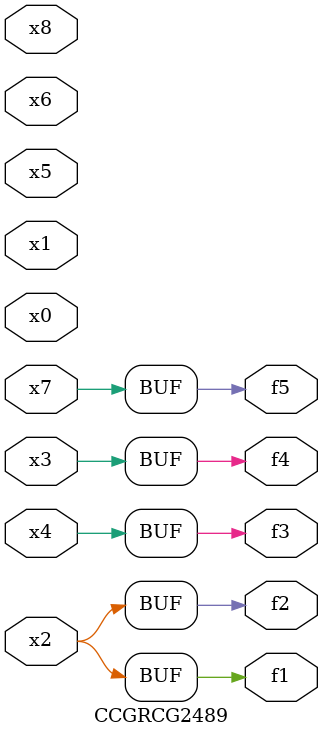
<source format=v>
module CCGRCG2489(
	input x0, x1, x2, x3, x4, x5, x6, x7, x8,
	output f1, f2, f3, f4, f5
);
	assign f1 = x2;
	assign f2 = x2;
	assign f3 = x4;
	assign f4 = x3;
	assign f5 = x7;
endmodule

</source>
